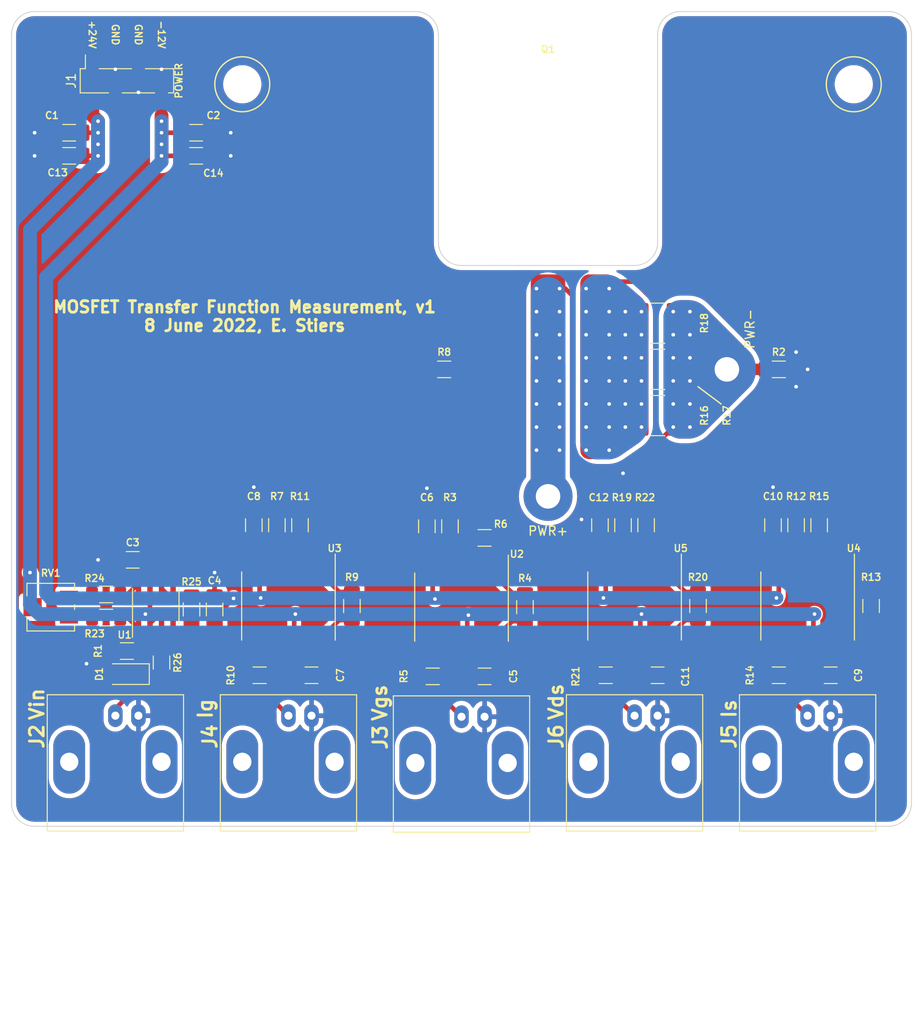
<source format=kicad_pcb>
(kicad_pcb (version 20211014) (generator pcbnew)

  (general
    (thickness 1.6)
  )

  (paper "A4")
  (layers
    (0 "F.Cu" signal)
    (31 "B.Cu" signal)
    (32 "B.Adhes" user "B.Adhesive")
    (33 "F.Adhes" user "F.Adhesive")
    (34 "B.Paste" user)
    (35 "F.Paste" user)
    (36 "B.SilkS" user "B.Silkscreen")
    (37 "F.SilkS" user "F.Silkscreen")
    (38 "B.Mask" user)
    (39 "F.Mask" user)
    (40 "Dwgs.User" user "User.Drawings")
    (41 "Cmts.User" user "User.Comments")
    (42 "Eco1.User" user "User.Eco1")
    (43 "Eco2.User" user "User.Eco2")
    (44 "Edge.Cuts" user)
    (45 "Margin" user)
    (46 "B.CrtYd" user "B.Courtyard")
    (47 "F.CrtYd" user "F.Courtyard")
    (48 "B.Fab" user)
    (49 "F.Fab" user)
    (50 "User.1" user)
    (51 "User.2" user)
    (52 "User.3" user)
    (53 "User.4" user)
    (54 "User.5" user)
    (55 "User.6" user)
    (56 "User.7" user)
    (57 "User.8" user)
    (58 "User.9" user)
  )

  (setup
    (stackup
      (layer "F.SilkS" (type "Top Silk Screen"))
      (layer "F.Paste" (type "Top Solder Paste"))
      (layer "F.Mask" (type "Top Solder Mask") (thickness 0.01))
      (layer "F.Cu" (type "copper") (thickness 0.035))
      (layer "dielectric 1" (type "core") (thickness 1.51) (material "FR4") (epsilon_r 4.5) (loss_tangent 0.02))
      (layer "B.Cu" (type "copper") (thickness 0.035))
      (layer "B.Mask" (type "Bottom Solder Mask") (thickness 0.01))
      (layer "B.Paste" (type "Bottom Solder Paste"))
      (layer "B.SilkS" (type "Bottom Silk Screen"))
      (copper_finish "None")
      (dielectric_constraints no)
    )
    (pad_to_mask_clearance 0)
    (pcbplotparams
      (layerselection 0x00010fc_ffffffff)
      (disableapertmacros false)
      (usegerberextensions false)
      (usegerberattributes true)
      (usegerberadvancedattributes true)
      (creategerberjobfile true)
      (svguseinch false)
      (svgprecision 6)
      (excludeedgelayer true)
      (plotframeref false)
      (viasonmask false)
      (mode 1)
      (useauxorigin false)
      (hpglpennumber 1)
      (hpglpenspeed 20)
      (hpglpendiameter 15.000000)
      (dxfpolygonmode true)
      (dxfimperialunits true)
      (dxfusepcbnewfont true)
      (psnegative false)
      (psa4output false)
      (plotreference true)
      (plotvalue true)
      (plotinvisibletext false)
      (sketchpadsonfab false)
      (subtractmaskfromsilk false)
      (outputformat 1)
      (mirror false)
      (drillshape 1)
      (scaleselection 1)
      (outputdirectory "")
    )
  )

  (net 0 "")
  (net 1 "GND")
  (net 2 "Net-(Q1-Pad1)")
  (net 3 "+24V")
  (net 4 "-12V")
  (net 5 "GND1")
  (net 6 "Net-(D1-Pad1)")
  (net 7 "Net-(J3-Pad1)")
  (net 8 "Net-(J4-Pad1)")
  (net 9 "Net-(J5-Pad1)")
  (net 10 "Net-(H1-Pad1)")
  (net 11 "Net-(R3-Pad1)")
  (net 12 "Net-(R4-Pad1)")
  (net 13 "Net-(R7-Pad1)")
  (net 14 "Net-(R9-Pad1)")
  (net 15 "Net-(R15-Pad1)")
  (net 16 "Net-(R23-Pad1)")
  (net 17 "Net-(R23-Pad2)")
  (net 18 "unconnected-(U2-Pad1)")
  (net 19 "unconnected-(U2-Pad3)")
  (net 20 "unconnected-(U2-Pad6)")
  (net 21 "unconnected-(U2-Pad8)")
  (net 22 "unconnected-(U2-Pad9)")
  (net 23 "unconnected-(U2-Pad14)")
  (net 24 "unconnected-(U2-Pad16)")
  (net 25 "unconnected-(U3-Pad1)")
  (net 26 "unconnected-(U3-Pad3)")
  (net 27 "unconnected-(U3-Pad6)")
  (net 28 "unconnected-(U3-Pad8)")
  (net 29 "unconnected-(U3-Pad9)")
  (net 30 "unconnected-(U3-Pad14)")
  (net 31 "unconnected-(U3-Pad16)")
  (net 32 "unconnected-(U4-Pad1)")
  (net 33 "unconnected-(U4-Pad3)")
  (net 34 "unconnected-(U4-Pad6)")
  (net 35 "unconnected-(U4-Pad8)")
  (net 36 "unconnected-(U4-Pad9)")
  (net 37 "unconnected-(U4-Pad14)")
  (net 38 "unconnected-(U4-Pad16)")
  (net 39 "Net-(J6-Pad1)")
  (net 40 "Net-(R10-Pad2)")
  (net 41 "Net-(R11-Pad1)")
  (net 42 "Net-(R4-Pad2)")
  (net 43 "Net-(R5-Pad2)")
  (net 44 "Net-(R6-Pad1)")
  (net 45 "Net-(R9-Pad2)")
  (net 46 "Net-(R12-Pad1)")
  (net 47 "Net-(R13-Pad1)")
  (net 48 "Net-(R13-Pad2)")
  (net 49 "Net-(R14-Pad2)")
  (net 50 "Net-(R19-Pad1)")
  (net 51 "Net-(R20-Pad1)")
  (net 52 "Net-(R20-Pad2)")
  (net 53 "Net-(R21-Pad2)")
  (net 54 "Net-(R22-Pad1)")
  (net 55 "unconnected-(U1-Pad5)")
  (net 56 "unconnected-(U5-Pad1)")
  (net 57 "unconnected-(U5-Pad3)")
  (net 58 "unconnected-(U5-Pad6)")
  (net 59 "unconnected-(U5-Pad8)")
  (net 60 "unconnected-(U5-Pad9)")
  (net 61 "unconnected-(U5-Pad14)")
  (net 62 "unconnected-(U5-Pad16)")
  (net 63 "Net-(R24-Pad1)")
  (net 64 "Net-(R24-Pad2)")
  (net 65 "Net-(R25-Pad1)")
  (net 66 "Net-(Q1-Pad3)")
  (net 67 "Net-(R25-Pad2)")
  (net 68 "Net-(R26-Pad2)")

  (footprint "Capacitor_SMD:C_1206_3216Metric_Pad1.33x1.80mm_HandSolder" (layer "F.Cu") (at 146.05 92.195 90))

  (footprint "_es_RLC:Potentiometer_Nidec_ST4_Vertical" (layer "F.Cu") (at 104.648 101.092))

  (footprint "Resistor_SMD:R_1206_3216Metric_Pad1.30x1.75mm_HandSolder" (layer "F.Cu") (at 184.785 108.585))

  (footprint "Resistor_SMD:R_1206_3216Metric_Pad1.30x1.75mm_HandSolder" (layer "F.Cu") (at 137.795 100.965 90))

  (footprint "_es_Connector:BNC_Horizontal_ThruHole" (layer "F.Cu") (at 187.96 113.03 180))

  (footprint "Resistor_SMD:R_1206_3216Metric_Pad1.30x1.75mm_HandSolder" (layer "F.Cu") (at 127.635 108.585))

  (footprint "Resistor_SMD:R_1206_3216Metric_Pad1.30x1.75mm_HandSolder" (layer "F.Cu") (at 156.845 101.085 90))

  (footprint "Resistor_SMD:R_2816_7142Metric_Pad3.20x4.45mm_HandSolder" (layer "F.Cu") (at 171.45 74.93 180))

  (footprint "MountingHole:MountingHole_3.2mm_M3_DIN965" (layer "F.Cu") (at 193.04 43.561))

  (footprint "Resistor_SMD:R_1206_3216Metric_Pad1.30x1.75mm_HandSolder" (layer "F.Cu") (at 147.955 74.93))

  (footprint "Resistor_SMD:R_1206_3216Metric_Pad1.30x1.75mm_HandSolder" (layer "F.Cu") (at 110.744 102.235))

  (footprint "Capacitor_SMD:C_1206_3216Metric_Pad1.33x1.80mm_HandSolder" (layer "F.Cu") (at 122.682 101.346 90))

  (footprint "_es_IC:SOIC127P1030X265-16N" (layer "F.Cu") (at 130.81 100.965 -90))

  (footprint "Capacitor_SMD:C_1206_3216Metric_Pad1.33x1.80mm_HandSolder" (layer "F.Cu") (at 171.45 108.585 180))

  (footprint "_es_Connector:BNC_Horizontal_ThruHole" (layer "F.Cu") (at 130.81 113.03 180))

  (footprint "Resistor_SMD:R_1206_3216Metric_Pad1.30x1.75mm_HandSolder" (layer "F.Cu") (at 152.4 93.472))

  (footprint "Capacitor_SMD:C_1206_3216Metric_Pad1.33x1.80mm_HandSolder" (layer "F.Cu") (at 120.65 48.895 180))

  (footprint "Capacitor_SMD:C_1206_3216Metric_Pad1.33x1.80mm_HandSolder" (layer "F.Cu") (at 113.665 95.885))

  (footprint "Resistor_SMD:R_1206_3216Metric_Pad1.30x1.75mm_HandSolder" (layer "F.Cu") (at 165.735 108.585))

  (footprint "Resistor_SMD:R_1206_3216Metric_Pad1.30x1.75mm_HandSolder" (layer "F.Cu") (at 132.08 92.075 90))

  (footprint "Capacitor_SMD:C_1206_3216Metric_Pad1.33x1.80mm_HandSolder" (layer "F.Cu") (at 165.1 92.075 90))

  (footprint "Resistor_SMD:R_1206_3216Metric_Pad1.30x1.75mm_HandSolder" (layer "F.Cu") (at 148.59 92.195 90))

  (footprint "Resistor_SMD:R_1206_3216Metric_Pad1.30x1.75mm_HandSolder" (layer "F.Cu") (at 146.685 108.705))

  (footprint "Capacitor_SMD:C_1206_3216Metric_Pad1.33x1.80mm_HandSolder" (layer "F.Cu") (at 133.35 108.585 180))

  (footprint "Capacitor_SMD:C_1206_3216Metric_Pad1.33x1.80mm_HandSolder" (layer "F.Cu") (at 127 92.075 90))

  (footprint "Capacitor_SMD:C_1206_3216Metric_Pad1.33x1.80mm_HandSolder" (layer "F.Cu") (at 184.15 92.075 90))

  (footprint "Resistor_SMD:R_1206_3216Metric_Pad1.30x1.75mm_HandSolder" (layer "F.Cu") (at 167.64 92.075 90))

  (footprint "Resistor_SMD:R_1206_3216Metric_Pad1.30x1.75mm_HandSolder" (layer "F.Cu") (at 113.03 105.918))

  (footprint "Capacitor_SMD:C_1206_3216Metric_Pad1.33x1.80mm_HandSolder" (layer "F.Cu") (at 120.65 51.435 180))

  (footprint "Resistor_SMD:R_1206_3216Metric_Pad1.30x1.75mm_HandSolder" (layer "F.Cu") (at 194.945 100.965 90))

  (footprint "Resistor_SMD:R_1206_3216Metric_Pad1.30x1.75mm_HandSolder" (layer "F.Cu") (at 120.142 101.346 90))

  (footprint "Resistor_SMD:R_2816_7142Metric_Pad3.20x4.45mm_HandSolder" (layer "F.Cu") (at 171.45 80.01 180))

  (footprint "Resistor_SMD:R_1206_3216Metric_Pad1.30x1.75mm_HandSolder" (layer "F.Cu") (at 189.23 92.075 90))

  (footprint "Resistor_SMD:R_1206_3216Metric_Pad1.30x1.75mm_HandSolder" (layer "F.Cu") (at 186.69 92.075 90))

  (footprint "_es_Connector:BNC_Horizontal_ThruHole" (layer "F.Cu") (at 149.86 113.15 180))

  (footprint "Capacitor_SMD:C_1206_3216Metric_Pad1.33x1.80mm_HandSolder" (layer "F.Cu") (at 106.68 51.435 180))

  (footprint "MountingHole:MountingHole_3.2mm_M3_DIN965" (layer "F.Cu") (at 125.73 43.561))

  (footprint "Resistor_SMD:R_1206_3216Metric_Pad1.30x1.75mm_HandSolder" (layer "F.Cu") (at 116.84 107.188 90))

  (footprint "_es_IC:SOIC127P1030X265-16N" (layer "F.Cu") (at 168.91 100.965 -90))

  (footprint "Resistor_SMD:R_2816_7142Metric_Pad3.20x4.45mm_HandSolder" (layer "F.Cu") (at 171.45 69.85 180))

  (footprint "Resistor_SMD:R_1206_3216Metric_Pad1.30x1.75mm_HandSolder" (layer "F.Cu") (at 129.54 92.075 90))

  (footprint "Capacitor_SMD:C_1206_3216Metric_Pad1.33x1.80mm_HandSolder" (layer "F.Cu") (at 190.5 108.585 180))

  (footprint "Resistor_SMD:R_1206_3216Metric_Pad1.30x1.75mm_HandSolder" (layer "F.Cu") (at 184.785 74.93 180))

  (footprint "Capacitor_SMD:C_1206_3216Metric_Pad1.33x1.80mm_HandSolder" (layer "F.Cu") (at 106.68 48.895 180))

  (footprint "Capacitor_SMD:C_1206_3216Metric_Pad1.33x1.80mm_HandSolder" (layer "F.Cu") (at 152.4 108.705 180))

  (footprint "Connector_PinHeader_2.54mm:PinHeader_1x04_P2.54mm_Vertical_SMD_Pin1Right" (layer "F.Cu") (at 113.03 43.18 90))

  (footprint "_es_Connector:BNC_Horizontal_ThruHole" (layer "F.Cu") (at 168.91 113.03 180))

  (footprint "_es_IC:SOIC127P1030X265-16N" (layer "F.Cu") (at 149.86 101.085 -90))

  (footprint "Diode_SMD:D_1206_3216Metric_Pad1.42x1.75mm_HandSolder" (layer "F.Cu") (at 113.03 108.458 180))

  (footprint "_es_Transistors:TO-264_SMD" (layer "F.Cu") (at 159.385 62.5725))

  (footprint "Resistor_SMD:R_1206_3216Metric_Pad1.30x1.75mm_HandSolder" (layer "F.Cu") (at 170.18 92.075 90))

  (footprint "_es_IC:SOIC127P1030X265-16N" (layer "F.Cu") (at 187.96 100.965 -90))

  (footprint "Resistor_SMD:R_1206_3216Metric_Pad1.30x1.75mm_HandSolder" (layer "F.Cu") (at 175.895 100.965 90))

  (footprint "Resistor_SMD:R_1206_3216Metric_Pad1.30x1.75mm_HandSolder" (layer "F.Cu") (at 110.744 99.695 180))

  (footprint "MountingHole:MountingHole_2.7mm_M2.5_Pad_TopBottom" (layer "F.Cu")
    (tedit 56D1B4CB) (tstamp efcd783b-122c-443e-8bfd-32f779ffa29b)
    (at 159.385 88.9)
    (descr "Mounting Hole 2.7mm, M2.5")
    (tags "mounting hole 2.7mm m2.5")
    (property "Sheetfile" "MOSFET transfer function measurement v1.kicad_sch")
    (property "Sheetname" "")
    (path "/c450b3ef-9a5a-4773-b6d7-5163618bc22a")
    (attr exclude_from_pos_files)
    (fp_text reference "H1" (at 45.085 0) (layer "F.SilkS") hide
      (effects (font (size 0.762 0.762) (thickness 0.1524)))
      (tstamp e09acb6e-ec5a-4f70-a333-09df8386dcb1)
    )
    (fp_text value "PWR+" (at 0 3.7) (layer "F.Fab")
      (effects (font (size 0.762 0.762) (thickness 0.1524)))
      (tstamp 45123bbf-35bf-4418-9b58-8a65877f0c2e)
    )
    (fp_text user "${REFERENCE}" (at 0 0) (layer "F.Fab")
      (effects (font (size 0.762 0.762) (thickness 0.1524)))
      (tstamp 8f178b98-487c-46a1-8766-657a5f78fcd0)
    )
    (fp_circle (center 0 0) (end 2.7 0) (layer "Cmts.User") (width 0.15) (fil
... [635646 chars truncated]
</source>
